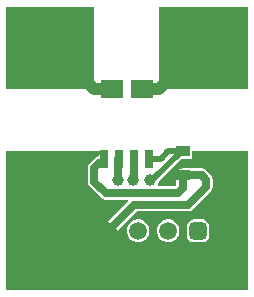
<source format=gbr>
%FSTAX23Y23*%
%MOIN*%
%SFA1B1*%

%IPPOS*%
%AMD18*
4,1,8,0.014800,0.029500,-0.014800,0.029500,-0.029500,0.014800,-0.029500,-0.014800,-0.014800,-0.029500,0.014800,-0.029500,0.029500,-0.014800,0.029500,0.014800,0.014800,0.029500,0.0*
1,1,0.029528,0.014800,0.014800*
1,1,0.029528,-0.014800,0.014800*
1,1,0.029528,-0.014800,-0.014800*
1,1,0.029528,0.014800,-0.014800*
%
%ADD10R,0.047488X0.037646*%
%ADD11R,0.025591X0.062205*%
%ADD12R,0.075591X0.062205*%
%ADD13C,0.027559*%
%ADD14C,0.019685*%
%ADD15C,0.039370*%
%ADD16C,0.196850*%
%ADD17C,0.059055*%
G04~CAMADD=18~8~0.0~0.0~590.5~590.5~147.6~0.0~15~0.0~0.0~0.0~0.0~0~0.0~0.0~0.0~0.0~0~0.0~0.0~0.0~0.0~590.5~590.5*
%ADD18D18*%
%ADD19C,0.039370*%
%LNstromsensor_copper_signal_top-1*%
%LPD*%
G36*
X00649Y-00807D02*
X-00157D01*
Y-00344*
X00163*
X00163Y-00349*
X00162Y-00349*
X00155Y-00354*
X0015Y-00361*
X0015Y-00362*
X00145Y-00363*
X00138Y-00368*
X00122Y-00384*
X00117Y-00391*
X00115Y-004*
Y-00446*
X00117Y-00454*
X00122Y-00462*
X00159Y-00499*
X00167Y-00504*
X00175Y-00506*
X00249*
X00251Y-00511*
X00168Y-00594*
X00163Y-00601*
X00161Y-0061*
X00163Y-00618*
X00168Y-00625*
X00175Y-0063*
X00183Y-00632*
X00192Y-0063*
X00199Y-00625*
X00279Y-00545*
X0045*
X00459Y-00543*
X00466Y-00539*
X00526Y-00478*
X00531Y-00471*
X00533Y-00463*
Y-0044*
X00531Y-00431*
X00526Y-00424*
X0051Y-00408*
X00503Y-00403*
X00495Y-00402*
X00433*
X00424Y-00403*
X00417Y-00408*
X00412Y-00415*
X0041Y-00424*
Y-00424*
Y-00458*
X00407Y-00462*
X00351*
X00348Y-00457*
X0035Y-00453*
X00352Y-00446*
Y-00444*
X00426Y-0037*
X00464*
Y-00344*
X00649*
Y-00807*
G37*
G36*
X00137Y-00137D02*
X-00157D01*
Y00137*
X00137*
Y-00137*
G37*
G36*
X00649D02*
X00354D01*
Y00137*
X00649*
Y-00137*
G37*
%LNstromsensor_copper_signal_top-2*%
%LPC*%
G36*
X00388Y-00572D02*
X00378D01*
X00369Y-00575*
X0036Y-0058*
X00353Y-00587*
X00349Y-00595*
X00346Y-00605*
Y-00615*
X00349Y-00624*
X00353Y-00633*
X0036Y-0064*
X00369Y-00645*
X00378Y-00647*
X00388*
X00398Y-00645*
X00406Y-0064*
X00413Y-00633*
X00418Y-00624*
X00421Y-00615*
Y-00605*
X00418Y-00595*
X00413Y-00587*
X00406Y-0058*
X00398Y-00575*
X00388Y-00572*
G37*
G36*
X00288D02*
X00278D01*
X00269Y-00575*
X0026Y-0058*
X00253Y-00587*
X00249Y-00595*
X00246Y-00605*
Y-00615*
X00249Y-00624*
X00253Y-00633*
X0026Y-0064*
X00269Y-00645*
X00278Y-00647*
X00288*
X00298Y-00645*
X00306Y-0064*
X00313Y-00633*
X00318Y-00624*
X00321Y-00615*
Y-00605*
X00318Y-00595*
X00313Y-00587*
X00306Y-0058*
X00298Y-00575*
X00288Y-00572*
G37*
G36*
X00498Y-00572D02*
X00469D01*
X0046Y-00574*
X00452Y-00579*
X00447Y-00586*
X00446Y-00595*
Y-00625*
X00447Y-00633*
X00452Y-00641*
X0046Y-00646*
X00469Y-00648*
X00498*
X00507Y-00646*
X00514Y-00641*
X00519Y-00633*
X00521Y-00625*
Y-00595*
X00519Y-00586*
X00514Y-00579*
X00507Y-00574*
X00498Y-00572*
G37*
%LNstromsensor_copper_signal_top-3*%
%LPD*%
G54D10*
X00433Y-00424D03*
Y-00343D03*
G54D11*
X0032Y-0037D03*
X00269D03*
X00218D03*
X00171D03*
G54D12*
X00196Y-00137D03*
X00295D03*
G54D13*
X00433Y-00424D02*
X00495D01*
X0045Y-00523D02*
X00511Y-00463D01*
X00495Y-00424D02*
X00511Y-0044D01*
Y-00463D02*
Y-0044D01*
X0027Y-00523D02*
X0045D01*
X00183Y-0061D02*
X0027Y-00523D01*
X00416Y-00484D02*
X00433Y-00468D01*
X00175Y-00484D02*
X00416D01*
X00433Y-00424D02*
D01*
Y-00468D02*
Y-00424D01*
X00137Y-00446D02*
X00175Y-00484D01*
X00265Y-00437D02*
X00269Y-00433D01*
X00137Y-00446D02*
Y-004D01*
X00269Y-00433D02*
Y-0037D01*
X00265Y-0044D02*
Y-00437D01*
X00153Y-00383D02*
X0017D01*
X00137Y-004D02*
X00153Y-00383D01*
X00216Y-00442D02*
X00217Y-00441D01*
Y-00371D02*
X00218Y-0037D01*
X00217Y-00441D02*
Y-00371D01*
X00171Y-00382D02*
Y-0037D01*
X0017Y-00383D02*
X00171Y-00382D01*
G54D14*
X00328Y-00442D02*
X00428Y-00343D01*
X00324Y-00442D02*
X00328D01*
X00384Y-00343D02*
X00428D01*
X00433*
X00358Y-0037D02*
X00384Y-00343D01*
X0032Y-0037D02*
X00358D01*
G54D15*
X00295Y-00137D02*
X00354D01*
X00492Y0*
X00137Y-00137D02*
X00196D01*
X0Y0D02*
X00137Y-00137D01*
G54D16*
X00492Y0D03*
X0D03*
G54D17*
X00383Y-0061D03*
X00283D03*
X00183D03*
G54D18*
X00483Y-0061D03*
G54D19*
X0062Y-00108D03*
Y00108D03*
X00383D03*
X-00127Y-00108D03*
X00108Y00108D03*
X-00127D03*
Y-00767D03*
X0062D03*
Y-00374D03*
X-00127D03*
X00265Y-0044D03*
X00216Y-00442D03*
X00324D03*
M02*
</source>
